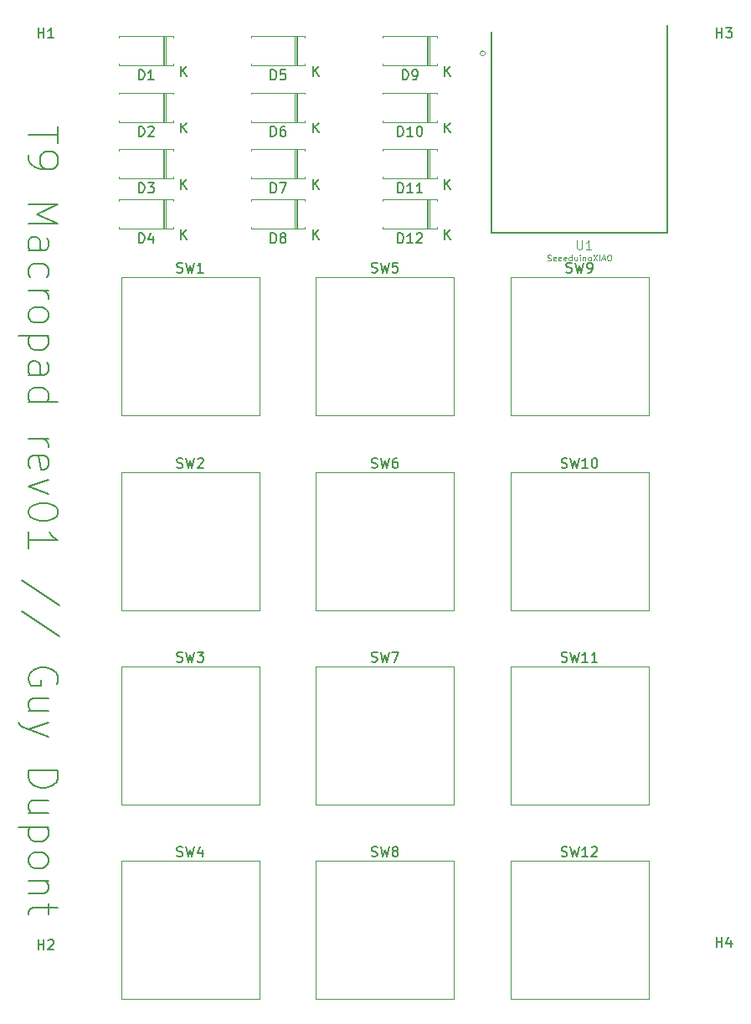
<source format=gbr>
%TF.GenerationSoftware,KiCad,Pcbnew,(5.1.9-0-10_14)*%
%TF.CreationDate,2021-03-18T20:01:26-04:00*%
%TF.ProjectId,T9_Cad,54395f43-6164-42e6-9b69-6361645f7063,rev?*%
%TF.SameCoordinates,Original*%
%TF.FileFunction,Legend,Top*%
%TF.FilePolarity,Positive*%
%FSLAX46Y46*%
G04 Gerber Fmt 4.6, Leading zero omitted, Abs format (unit mm)*
G04 Created by KiCad (PCBNEW (5.1.9-0-10_14)) date 2021-03-18 20:01:26*
%MOMM*%
%LPD*%
G01*
G04 APERTURE LIST*
%ADD10C,0.150000*%
%ADD11C,0.127000*%
%ADD12C,0.100000*%
%ADD13C,0.120000*%
%ADD14C,0.101600*%
%ADD15C,0.076200*%
G04 APERTURE END LIST*
D10*
X135246857Y-54630857D02*
X135246857Y-56345142D01*
X132246857Y-55487999D02*
X135246857Y-55487999D01*
X132246857Y-57487999D02*
X132246857Y-58059428D01*
X132389714Y-58345142D01*
X132532571Y-58487999D01*
X132961142Y-58773714D01*
X133532571Y-58916571D01*
X134675428Y-58916571D01*
X134961142Y-58773714D01*
X135104000Y-58630857D01*
X135246857Y-58345142D01*
X135246857Y-57773714D01*
X135104000Y-57487999D01*
X134961142Y-57345142D01*
X134675428Y-57202285D01*
X133961142Y-57202285D01*
X133675428Y-57345142D01*
X133532571Y-57487999D01*
X133389714Y-57773714D01*
X133389714Y-58345142D01*
X133532571Y-58630857D01*
X133675428Y-58773714D01*
X133961142Y-58916571D01*
X132246857Y-62487999D02*
X135246857Y-62487999D01*
X133104000Y-63487999D01*
X135246857Y-64487999D01*
X132246857Y-64487999D01*
X132246857Y-67202285D02*
X133818285Y-67202285D01*
X134104000Y-67059428D01*
X134246857Y-66773714D01*
X134246857Y-66202285D01*
X134104000Y-65916571D01*
X132389714Y-67202285D02*
X132246857Y-66916571D01*
X132246857Y-66202285D01*
X132389714Y-65916571D01*
X132675428Y-65773714D01*
X132961142Y-65773714D01*
X133246857Y-65916571D01*
X133389714Y-66202285D01*
X133389714Y-66916571D01*
X133532571Y-67202285D01*
X132389714Y-69916571D02*
X132246857Y-69630857D01*
X132246857Y-69059428D01*
X132389714Y-68773714D01*
X132532571Y-68630857D01*
X132818285Y-68487999D01*
X133675428Y-68487999D01*
X133961142Y-68630857D01*
X134104000Y-68773714D01*
X134246857Y-69059428D01*
X134246857Y-69630857D01*
X134104000Y-69916571D01*
X132246857Y-71202285D02*
X134246857Y-71202285D01*
X133675428Y-71202285D02*
X133961142Y-71345142D01*
X134104000Y-71487999D01*
X134246857Y-71773714D01*
X134246857Y-72059428D01*
X132246857Y-73487999D02*
X132389714Y-73202285D01*
X132532571Y-73059428D01*
X132818285Y-72916571D01*
X133675428Y-72916571D01*
X133961142Y-73059428D01*
X134104000Y-73202285D01*
X134246857Y-73487999D01*
X134246857Y-73916571D01*
X134104000Y-74202285D01*
X133961142Y-74345142D01*
X133675428Y-74487999D01*
X132818285Y-74487999D01*
X132532571Y-74345142D01*
X132389714Y-74202285D01*
X132246857Y-73916571D01*
X132246857Y-73487999D01*
X134246857Y-75773714D02*
X131246857Y-75773714D01*
X134104000Y-75773714D02*
X134246857Y-76059428D01*
X134246857Y-76630857D01*
X134104000Y-76916571D01*
X133961142Y-77059428D01*
X133675428Y-77202285D01*
X132818285Y-77202285D01*
X132532571Y-77059428D01*
X132389714Y-76916571D01*
X132246857Y-76630857D01*
X132246857Y-76059428D01*
X132389714Y-75773714D01*
X132246857Y-79773714D02*
X133818285Y-79773714D01*
X134104000Y-79630857D01*
X134246857Y-79345142D01*
X134246857Y-78773714D01*
X134104000Y-78487999D01*
X132389714Y-79773714D02*
X132246857Y-79487999D01*
X132246857Y-78773714D01*
X132389714Y-78487999D01*
X132675428Y-78345142D01*
X132961142Y-78345142D01*
X133246857Y-78487999D01*
X133389714Y-78773714D01*
X133389714Y-79487999D01*
X133532571Y-79773714D01*
X132246857Y-82487999D02*
X135246857Y-82487999D01*
X132389714Y-82487999D02*
X132246857Y-82202285D01*
X132246857Y-81630857D01*
X132389714Y-81345142D01*
X132532571Y-81202285D01*
X132818285Y-81059428D01*
X133675428Y-81059428D01*
X133961142Y-81202285D01*
X134104000Y-81345142D01*
X134246857Y-81630857D01*
X134246857Y-82202285D01*
X134104000Y-82487999D01*
X132246857Y-86202285D02*
X134246857Y-86202285D01*
X133675428Y-86202285D02*
X133961142Y-86345142D01*
X134104000Y-86487999D01*
X134246857Y-86773714D01*
X134246857Y-87059428D01*
X132389714Y-89202285D02*
X132246857Y-88916571D01*
X132246857Y-88345142D01*
X132389714Y-88059428D01*
X132675428Y-87916571D01*
X133818285Y-87916571D01*
X134104000Y-88059428D01*
X134246857Y-88345142D01*
X134246857Y-88916571D01*
X134104000Y-89202285D01*
X133818285Y-89345142D01*
X133532571Y-89345142D01*
X133246857Y-87916571D01*
X134246857Y-90345142D02*
X132246857Y-91059428D01*
X134246857Y-91773714D01*
X135246857Y-93487999D02*
X135246857Y-93773714D01*
X135104000Y-94059428D01*
X134961142Y-94202285D01*
X134675428Y-94345142D01*
X134104000Y-94487999D01*
X133389714Y-94487999D01*
X132818285Y-94345142D01*
X132532571Y-94202285D01*
X132389714Y-94059428D01*
X132246857Y-93773714D01*
X132246857Y-93487999D01*
X132389714Y-93202285D01*
X132532571Y-93059428D01*
X132818285Y-92916571D01*
X133389714Y-92773714D01*
X134104000Y-92773714D01*
X134675428Y-92916571D01*
X134961142Y-93059428D01*
X135104000Y-93202285D01*
X135246857Y-93487999D01*
X132246857Y-97345142D02*
X132246857Y-95630857D01*
X132246857Y-96487999D02*
X135246857Y-96487999D01*
X134818285Y-96202285D01*
X134532571Y-95916571D01*
X134389714Y-95630857D01*
X135389714Y-103059428D02*
X131532571Y-100487999D01*
X135389714Y-106202285D02*
X131532571Y-103630857D01*
X135104000Y-111059428D02*
X135246857Y-110773714D01*
X135246857Y-110345142D01*
X135104000Y-109916571D01*
X134818285Y-109630857D01*
X134532571Y-109487999D01*
X133961142Y-109345142D01*
X133532571Y-109345142D01*
X132961142Y-109487999D01*
X132675428Y-109630857D01*
X132389714Y-109916571D01*
X132246857Y-110345142D01*
X132246857Y-110630857D01*
X132389714Y-111059428D01*
X132532571Y-111202285D01*
X133532571Y-111202285D01*
X133532571Y-110630857D01*
X134246857Y-113773714D02*
X132246857Y-113773714D01*
X134246857Y-112487999D02*
X132675428Y-112487999D01*
X132389714Y-112630857D01*
X132246857Y-112916571D01*
X132246857Y-113345142D01*
X132389714Y-113630857D01*
X132532571Y-113773714D01*
X134246857Y-114916571D02*
X132246857Y-115630857D01*
X134246857Y-116345142D02*
X132246857Y-115630857D01*
X131532571Y-115345142D01*
X131389714Y-115202285D01*
X131246857Y-114916571D01*
X132246857Y-119773714D02*
X135246857Y-119773714D01*
X135246857Y-120487999D01*
X135104000Y-120916571D01*
X134818285Y-121202285D01*
X134532571Y-121345142D01*
X133961142Y-121487999D01*
X133532571Y-121487999D01*
X132961142Y-121345142D01*
X132675428Y-121202285D01*
X132389714Y-120916571D01*
X132246857Y-120487999D01*
X132246857Y-119773714D01*
X134246857Y-124059428D02*
X132246857Y-124059428D01*
X134246857Y-122773714D02*
X132675428Y-122773714D01*
X132389714Y-122916571D01*
X132246857Y-123202285D01*
X132246857Y-123630857D01*
X132389714Y-123916571D01*
X132532571Y-124059428D01*
X134246857Y-125487999D02*
X131246857Y-125487999D01*
X134104000Y-125487999D02*
X134246857Y-125773714D01*
X134246857Y-126345142D01*
X134104000Y-126630857D01*
X133961142Y-126773714D01*
X133675428Y-126916571D01*
X132818285Y-126916571D01*
X132532571Y-126773714D01*
X132389714Y-126630857D01*
X132246857Y-126345142D01*
X132246857Y-125773714D01*
X132389714Y-125487999D01*
X132246857Y-128630857D02*
X132389714Y-128345142D01*
X132532571Y-128202285D01*
X132818285Y-128059428D01*
X133675428Y-128059428D01*
X133961142Y-128202285D01*
X134104000Y-128345142D01*
X134246857Y-128630857D01*
X134246857Y-129059428D01*
X134104000Y-129345142D01*
X133961142Y-129487999D01*
X133675428Y-129630857D01*
X132818285Y-129630857D01*
X132532571Y-129487999D01*
X132389714Y-129345142D01*
X132246857Y-129059428D01*
X132246857Y-128630857D01*
X134246857Y-130916571D02*
X132246857Y-130916571D01*
X133961142Y-130916571D02*
X134104000Y-131059428D01*
X134246857Y-131345142D01*
X134246857Y-131773714D01*
X134104000Y-132059428D01*
X133818285Y-132202285D01*
X132246857Y-132202285D01*
X134246857Y-133202285D02*
X134246857Y-134345142D01*
X135246857Y-133630857D02*
X132675428Y-133630857D01*
X132389714Y-133773714D01*
X132246857Y-134059428D01*
X132246857Y-134345142D01*
D11*
%TO.C,U1*%
X179070000Y-65405000D02*
X196867780Y-65405000D01*
X196867780Y-65405000D02*
X196867780Y-44406820D01*
X179070000Y-45077380D02*
X179070000Y-65405000D01*
D12*
X178435000Y-47244000D02*
G75*
G03*
X178435000Y-47244000I-254000J0D01*
G01*
D13*
%TO.C,D1*%
X146085000Y-48460000D02*
X146085000Y-45520000D01*
X145845000Y-48460000D02*
X145845000Y-45520000D01*
X145965000Y-48460000D02*
X145965000Y-45520000D01*
X141425000Y-45520000D02*
X141425000Y-45650000D01*
X146865000Y-45520000D02*
X141425000Y-45520000D01*
X146865000Y-45650000D02*
X146865000Y-45520000D01*
X141425000Y-48460000D02*
X141425000Y-48330000D01*
X146865000Y-48460000D02*
X141425000Y-48460000D01*
X146865000Y-48330000D02*
X146865000Y-48460000D01*
%TO.C,D2*%
X146865000Y-54045000D02*
X146865000Y-54175000D01*
X146865000Y-54175000D02*
X141425000Y-54175000D01*
X141425000Y-54175000D02*
X141425000Y-54045000D01*
X146865000Y-51365000D02*
X146865000Y-51235000D01*
X146865000Y-51235000D02*
X141425000Y-51235000D01*
X141425000Y-51235000D02*
X141425000Y-51365000D01*
X145965000Y-54175000D02*
X145965000Y-51235000D01*
X145845000Y-54175000D02*
X145845000Y-51235000D01*
X146085000Y-54175000D02*
X146085000Y-51235000D01*
%TO.C,D3*%
X146085000Y-59890000D02*
X146085000Y-56950000D01*
X145845000Y-59890000D02*
X145845000Y-56950000D01*
X145965000Y-59890000D02*
X145965000Y-56950000D01*
X141425000Y-56950000D02*
X141425000Y-57080000D01*
X146865000Y-56950000D02*
X141425000Y-56950000D01*
X146865000Y-57080000D02*
X146865000Y-56950000D01*
X141425000Y-59890000D02*
X141425000Y-59760000D01*
X146865000Y-59890000D02*
X141425000Y-59890000D01*
X146865000Y-59760000D02*
X146865000Y-59890000D01*
%TO.C,D4*%
X146865000Y-64840000D02*
X146865000Y-64970000D01*
X146865000Y-64970000D02*
X141425000Y-64970000D01*
X141425000Y-64970000D02*
X141425000Y-64840000D01*
X146865000Y-62160000D02*
X146865000Y-62030000D01*
X146865000Y-62030000D02*
X141425000Y-62030000D01*
X141425000Y-62030000D02*
X141425000Y-62160000D01*
X145965000Y-64970000D02*
X145965000Y-62030000D01*
X145845000Y-64970000D02*
X145845000Y-62030000D01*
X146085000Y-64970000D02*
X146085000Y-62030000D01*
%TO.C,D5*%
X160200000Y-48330000D02*
X160200000Y-48460000D01*
X160200000Y-48460000D02*
X154760000Y-48460000D01*
X154760000Y-48460000D02*
X154760000Y-48330000D01*
X160200000Y-45650000D02*
X160200000Y-45520000D01*
X160200000Y-45520000D02*
X154760000Y-45520000D01*
X154760000Y-45520000D02*
X154760000Y-45650000D01*
X159300000Y-48460000D02*
X159300000Y-45520000D01*
X159180000Y-48460000D02*
X159180000Y-45520000D01*
X159420000Y-48460000D02*
X159420000Y-45520000D01*
%TO.C,D6*%
X160200000Y-54045000D02*
X160200000Y-54175000D01*
X160200000Y-54175000D02*
X154760000Y-54175000D01*
X154760000Y-54175000D02*
X154760000Y-54045000D01*
X160200000Y-51365000D02*
X160200000Y-51235000D01*
X160200000Y-51235000D02*
X154760000Y-51235000D01*
X154760000Y-51235000D02*
X154760000Y-51365000D01*
X159300000Y-54175000D02*
X159300000Y-51235000D01*
X159180000Y-54175000D02*
X159180000Y-51235000D01*
X159420000Y-54175000D02*
X159420000Y-51235000D01*
%TO.C,D7*%
X160200000Y-59760000D02*
X160200000Y-59890000D01*
X160200000Y-59890000D02*
X154760000Y-59890000D01*
X154760000Y-59890000D02*
X154760000Y-59760000D01*
X160200000Y-57080000D02*
X160200000Y-56950000D01*
X160200000Y-56950000D02*
X154760000Y-56950000D01*
X154760000Y-56950000D02*
X154760000Y-57080000D01*
X159300000Y-59890000D02*
X159300000Y-56950000D01*
X159180000Y-59890000D02*
X159180000Y-56950000D01*
X159420000Y-59890000D02*
X159420000Y-56950000D01*
%TO.C,D8*%
X159420000Y-64970000D02*
X159420000Y-62030000D01*
X159180000Y-64970000D02*
X159180000Y-62030000D01*
X159300000Y-64970000D02*
X159300000Y-62030000D01*
X154760000Y-62030000D02*
X154760000Y-62160000D01*
X160200000Y-62030000D02*
X154760000Y-62030000D01*
X160200000Y-62160000D02*
X160200000Y-62030000D01*
X154760000Y-64970000D02*
X154760000Y-64840000D01*
X160200000Y-64970000D02*
X154760000Y-64970000D01*
X160200000Y-64840000D02*
X160200000Y-64970000D01*
%TO.C,D9*%
X172755000Y-48460000D02*
X172755000Y-45520000D01*
X172515000Y-48460000D02*
X172515000Y-45520000D01*
X172635000Y-48460000D02*
X172635000Y-45520000D01*
X168095000Y-45520000D02*
X168095000Y-45650000D01*
X173535000Y-45520000D02*
X168095000Y-45520000D01*
X173535000Y-45650000D02*
X173535000Y-45520000D01*
X168095000Y-48460000D02*
X168095000Y-48330000D01*
X173535000Y-48460000D02*
X168095000Y-48460000D01*
X173535000Y-48330000D02*
X173535000Y-48460000D01*
%TO.C,D10*%
X173535000Y-54045000D02*
X173535000Y-54175000D01*
X173535000Y-54175000D02*
X168095000Y-54175000D01*
X168095000Y-54175000D02*
X168095000Y-54045000D01*
X173535000Y-51365000D02*
X173535000Y-51235000D01*
X173535000Y-51235000D02*
X168095000Y-51235000D01*
X168095000Y-51235000D02*
X168095000Y-51365000D01*
X172635000Y-54175000D02*
X172635000Y-51235000D01*
X172515000Y-54175000D02*
X172515000Y-51235000D01*
X172755000Y-54175000D02*
X172755000Y-51235000D01*
%TO.C,D11*%
X172755000Y-59890000D02*
X172755000Y-56950000D01*
X172515000Y-59890000D02*
X172515000Y-56950000D01*
X172635000Y-59890000D02*
X172635000Y-56950000D01*
X168095000Y-56950000D02*
X168095000Y-57080000D01*
X173535000Y-56950000D02*
X168095000Y-56950000D01*
X173535000Y-57080000D02*
X173535000Y-56950000D01*
X168095000Y-59890000D02*
X168095000Y-59760000D01*
X173535000Y-59890000D02*
X168095000Y-59890000D01*
X173535000Y-59760000D02*
X173535000Y-59890000D01*
%TO.C,D12*%
X173535000Y-64840000D02*
X173535000Y-64970000D01*
X173535000Y-64970000D02*
X168095000Y-64970000D01*
X168095000Y-64970000D02*
X168095000Y-64840000D01*
X173535000Y-62160000D02*
X173535000Y-62030000D01*
X173535000Y-62030000D02*
X168095000Y-62030000D01*
X168095000Y-62030000D02*
X168095000Y-62160000D01*
X172635000Y-64970000D02*
X172635000Y-62030000D01*
X172515000Y-64970000D02*
X172515000Y-62030000D01*
X172755000Y-64970000D02*
X172755000Y-62030000D01*
%TO.C,SW1*%
X141605000Y-83820000D02*
X141605000Y-69850000D01*
X155575000Y-83820000D02*
X141605000Y-83820000D01*
X155575000Y-69850000D02*
X155575000Y-83820000D01*
X141605000Y-69850000D02*
X155575000Y-69850000D01*
%TO.C,SW2*%
X141605000Y-89610001D02*
X155575000Y-89610001D01*
X155575000Y-89610001D02*
X155575000Y-103580001D01*
X155575000Y-103580001D02*
X141605000Y-103580001D01*
X141605000Y-103580001D02*
X141605000Y-89610001D01*
%TO.C,SW3*%
X141605000Y-123190000D02*
X141605000Y-109220000D01*
X155575000Y-123190000D02*
X141605000Y-123190000D01*
X155575000Y-109220000D02*
X155575000Y-123190000D01*
X141605000Y-109220000D02*
X155575000Y-109220000D01*
%TO.C,SW4*%
X141605000Y-128905000D02*
X155575000Y-128905000D01*
X155575000Y-128905000D02*
X155575000Y-142875000D01*
X155575000Y-142875000D02*
X141605000Y-142875000D01*
X141605000Y-142875000D02*
X141605000Y-128905000D01*
%TO.C,SW5*%
X161290000Y-69850000D02*
X175260000Y-69850000D01*
X175260000Y-69850000D02*
X175260000Y-83820000D01*
X175260000Y-83820000D02*
X161290000Y-83820000D01*
X161290000Y-83820000D02*
X161290000Y-69850000D01*
%TO.C,SW6*%
X161290000Y-103580001D02*
X161290000Y-89610001D01*
X175260000Y-103580001D02*
X161290000Y-103580001D01*
X175260000Y-89610001D02*
X175260000Y-103580001D01*
X161290000Y-89610001D02*
X175260000Y-89610001D01*
%TO.C,SW7*%
X161290000Y-109220000D02*
X175260000Y-109220000D01*
X175260000Y-109220000D02*
X175260000Y-123190000D01*
X175260000Y-123190000D02*
X161290000Y-123190000D01*
X161290000Y-123190000D02*
X161290000Y-109220000D01*
%TO.C,SW8*%
X161290000Y-142875000D02*
X161290000Y-128905000D01*
X175260000Y-142875000D02*
X161290000Y-142875000D01*
X175260000Y-128905000D02*
X175260000Y-142875000D01*
X161290000Y-128905000D02*
X175260000Y-128905000D01*
%TO.C,SW9*%
X180975000Y-83820000D02*
X180975000Y-69850000D01*
X194945000Y-83820000D02*
X180975000Y-83820000D01*
X194945000Y-69850000D02*
X194945000Y-83820000D01*
X180975000Y-69850000D02*
X194945000Y-69850000D01*
%TO.C,SW10*%
X180975000Y-89610001D02*
X194945000Y-89610001D01*
X194945000Y-89610001D02*
X194945000Y-103580001D01*
X194945000Y-103580001D02*
X180975000Y-103580001D01*
X180975000Y-103580001D02*
X180975000Y-89610001D01*
%TO.C,SW11*%
X180975000Y-123190000D02*
X180975000Y-109220000D01*
X194945000Y-123190000D02*
X180975000Y-123190000D01*
X194945000Y-109220000D02*
X194945000Y-123190000D01*
X180975000Y-109220000D02*
X194945000Y-109220000D01*
%TO.C,SW12*%
X180975000Y-128905000D02*
X194945000Y-128905000D01*
X194945000Y-128905000D02*
X194945000Y-142875000D01*
X194945000Y-142875000D02*
X180975000Y-142875000D01*
X180975000Y-142875000D02*
X180975000Y-128905000D01*
%TO.C,U1*%
D14*
X187727166Y-66188166D02*
X187727166Y-66907833D01*
X187769500Y-66992500D01*
X187811833Y-67034833D01*
X187896500Y-67077166D01*
X188065833Y-67077166D01*
X188150500Y-67034833D01*
X188192833Y-66992500D01*
X188235166Y-66907833D01*
X188235166Y-66188166D01*
X189124166Y-67077166D02*
X188616166Y-67077166D01*
X188870166Y-67077166D02*
X188870166Y-66188166D01*
X188785500Y-66315166D01*
X188700833Y-66399833D01*
X188616166Y-66442166D01*
D15*
X184737828Y-68191742D02*
X184824914Y-68220771D01*
X184970057Y-68220771D01*
X185028114Y-68191742D01*
X185057142Y-68162714D01*
X185086171Y-68104657D01*
X185086171Y-68046600D01*
X185057142Y-67988542D01*
X185028114Y-67959514D01*
X184970057Y-67930485D01*
X184853942Y-67901457D01*
X184795885Y-67872428D01*
X184766857Y-67843400D01*
X184737828Y-67785342D01*
X184737828Y-67727285D01*
X184766857Y-67669228D01*
X184795885Y-67640200D01*
X184853942Y-67611171D01*
X184999085Y-67611171D01*
X185086171Y-67640200D01*
X185579657Y-68191742D02*
X185521600Y-68220771D01*
X185405485Y-68220771D01*
X185347428Y-68191742D01*
X185318400Y-68133685D01*
X185318400Y-67901457D01*
X185347428Y-67843400D01*
X185405485Y-67814371D01*
X185521600Y-67814371D01*
X185579657Y-67843400D01*
X185608685Y-67901457D01*
X185608685Y-67959514D01*
X185318400Y-68017571D01*
X186102171Y-68191742D02*
X186044114Y-68220771D01*
X185928000Y-68220771D01*
X185869942Y-68191742D01*
X185840914Y-68133685D01*
X185840914Y-67901457D01*
X185869942Y-67843400D01*
X185928000Y-67814371D01*
X186044114Y-67814371D01*
X186102171Y-67843400D01*
X186131200Y-67901457D01*
X186131200Y-67959514D01*
X185840914Y-68017571D01*
X186624685Y-68191742D02*
X186566628Y-68220771D01*
X186450514Y-68220771D01*
X186392457Y-68191742D01*
X186363428Y-68133685D01*
X186363428Y-67901457D01*
X186392457Y-67843400D01*
X186450514Y-67814371D01*
X186566628Y-67814371D01*
X186624685Y-67843400D01*
X186653714Y-67901457D01*
X186653714Y-67959514D01*
X186363428Y-68017571D01*
X187176228Y-68220771D02*
X187176228Y-67611171D01*
X187176228Y-68191742D02*
X187118171Y-68220771D01*
X187002057Y-68220771D01*
X186944000Y-68191742D01*
X186914971Y-68162714D01*
X186885942Y-68104657D01*
X186885942Y-67930485D01*
X186914971Y-67872428D01*
X186944000Y-67843400D01*
X187002057Y-67814371D01*
X187118171Y-67814371D01*
X187176228Y-67843400D01*
X187727771Y-67814371D02*
X187727771Y-68220771D01*
X187466514Y-67814371D02*
X187466514Y-68133685D01*
X187495542Y-68191742D01*
X187553600Y-68220771D01*
X187640685Y-68220771D01*
X187698742Y-68191742D01*
X187727771Y-68162714D01*
X188018057Y-68220771D02*
X188018057Y-67814371D01*
X188018057Y-67611171D02*
X187989028Y-67640200D01*
X188018057Y-67669228D01*
X188047085Y-67640200D01*
X188018057Y-67611171D01*
X188018057Y-67669228D01*
X188308342Y-67814371D02*
X188308342Y-68220771D01*
X188308342Y-67872428D02*
X188337371Y-67843400D01*
X188395428Y-67814371D01*
X188482514Y-67814371D01*
X188540571Y-67843400D01*
X188569600Y-67901457D01*
X188569600Y-68220771D01*
X188946971Y-68220771D02*
X188888914Y-68191742D01*
X188859885Y-68162714D01*
X188830857Y-68104657D01*
X188830857Y-67930485D01*
X188859885Y-67872428D01*
X188888914Y-67843400D01*
X188946971Y-67814371D01*
X189034057Y-67814371D01*
X189092114Y-67843400D01*
X189121142Y-67872428D01*
X189150171Y-67930485D01*
X189150171Y-68104657D01*
X189121142Y-68162714D01*
X189092114Y-68191742D01*
X189034057Y-68220771D01*
X188946971Y-68220771D01*
X189353371Y-67611171D02*
X189759771Y-68220771D01*
X189759771Y-67611171D02*
X189353371Y-68220771D01*
X189992000Y-68220771D02*
X189992000Y-67611171D01*
X190253257Y-68046600D02*
X190543542Y-68046600D01*
X190195200Y-68220771D02*
X190398400Y-67611171D01*
X190601600Y-68220771D01*
X190920914Y-67611171D02*
X191037028Y-67611171D01*
X191095085Y-67640200D01*
X191153142Y-67698257D01*
X191182171Y-67814371D01*
X191182171Y-68017571D01*
X191153142Y-68133685D01*
X191095085Y-68191742D01*
X191037028Y-68220771D01*
X190920914Y-68220771D01*
X190862857Y-68191742D01*
X190804800Y-68133685D01*
X190775771Y-68017571D01*
X190775771Y-67814371D01*
X190804800Y-67698257D01*
X190862857Y-67640200D01*
X190920914Y-67611171D01*
%TO.C,D1*%
D10*
X143406904Y-49912380D02*
X143406904Y-48912380D01*
X143645000Y-48912380D01*
X143787857Y-48960000D01*
X143883095Y-49055238D01*
X143930714Y-49150476D01*
X143978333Y-49340952D01*
X143978333Y-49483809D01*
X143930714Y-49674285D01*
X143883095Y-49769523D01*
X143787857Y-49864761D01*
X143645000Y-49912380D01*
X143406904Y-49912380D01*
X144930714Y-49912380D02*
X144359285Y-49912380D01*
X144645000Y-49912380D02*
X144645000Y-48912380D01*
X144549761Y-49055238D01*
X144454523Y-49150476D01*
X144359285Y-49198095D01*
X147693095Y-49542380D02*
X147693095Y-48542380D01*
X148264523Y-49542380D02*
X147835952Y-48970952D01*
X148264523Y-48542380D02*
X147693095Y-49113809D01*
%TO.C,D2*%
X143406904Y-55627380D02*
X143406904Y-54627380D01*
X143645000Y-54627380D01*
X143787857Y-54675000D01*
X143883095Y-54770238D01*
X143930714Y-54865476D01*
X143978333Y-55055952D01*
X143978333Y-55198809D01*
X143930714Y-55389285D01*
X143883095Y-55484523D01*
X143787857Y-55579761D01*
X143645000Y-55627380D01*
X143406904Y-55627380D01*
X144359285Y-54722619D02*
X144406904Y-54675000D01*
X144502142Y-54627380D01*
X144740238Y-54627380D01*
X144835476Y-54675000D01*
X144883095Y-54722619D01*
X144930714Y-54817857D01*
X144930714Y-54913095D01*
X144883095Y-55055952D01*
X144311666Y-55627380D01*
X144930714Y-55627380D01*
X147693095Y-55257380D02*
X147693095Y-54257380D01*
X148264523Y-55257380D02*
X147835952Y-54685952D01*
X148264523Y-54257380D02*
X147693095Y-54828809D01*
%TO.C,D3*%
X143406904Y-61342380D02*
X143406904Y-60342380D01*
X143645000Y-60342380D01*
X143787857Y-60390000D01*
X143883095Y-60485238D01*
X143930714Y-60580476D01*
X143978333Y-60770952D01*
X143978333Y-60913809D01*
X143930714Y-61104285D01*
X143883095Y-61199523D01*
X143787857Y-61294761D01*
X143645000Y-61342380D01*
X143406904Y-61342380D01*
X144311666Y-60342380D02*
X144930714Y-60342380D01*
X144597380Y-60723333D01*
X144740238Y-60723333D01*
X144835476Y-60770952D01*
X144883095Y-60818571D01*
X144930714Y-60913809D01*
X144930714Y-61151904D01*
X144883095Y-61247142D01*
X144835476Y-61294761D01*
X144740238Y-61342380D01*
X144454523Y-61342380D01*
X144359285Y-61294761D01*
X144311666Y-61247142D01*
X147693095Y-60972380D02*
X147693095Y-59972380D01*
X148264523Y-60972380D02*
X147835952Y-60400952D01*
X148264523Y-59972380D02*
X147693095Y-60543809D01*
%TO.C,D4*%
X143406904Y-66422380D02*
X143406904Y-65422380D01*
X143645000Y-65422380D01*
X143787857Y-65470000D01*
X143883095Y-65565238D01*
X143930714Y-65660476D01*
X143978333Y-65850952D01*
X143978333Y-65993809D01*
X143930714Y-66184285D01*
X143883095Y-66279523D01*
X143787857Y-66374761D01*
X143645000Y-66422380D01*
X143406904Y-66422380D01*
X144835476Y-65755714D02*
X144835476Y-66422380D01*
X144597380Y-65374761D02*
X144359285Y-66089047D01*
X144978333Y-66089047D01*
X147693095Y-66052380D02*
X147693095Y-65052380D01*
X148264523Y-66052380D02*
X147835952Y-65480952D01*
X148264523Y-65052380D02*
X147693095Y-65623809D01*
%TO.C,D5*%
X156741904Y-49912380D02*
X156741904Y-48912380D01*
X156980000Y-48912380D01*
X157122857Y-48960000D01*
X157218095Y-49055238D01*
X157265714Y-49150476D01*
X157313333Y-49340952D01*
X157313333Y-49483809D01*
X157265714Y-49674285D01*
X157218095Y-49769523D01*
X157122857Y-49864761D01*
X156980000Y-49912380D01*
X156741904Y-49912380D01*
X158218095Y-48912380D02*
X157741904Y-48912380D01*
X157694285Y-49388571D01*
X157741904Y-49340952D01*
X157837142Y-49293333D01*
X158075238Y-49293333D01*
X158170476Y-49340952D01*
X158218095Y-49388571D01*
X158265714Y-49483809D01*
X158265714Y-49721904D01*
X158218095Y-49817142D01*
X158170476Y-49864761D01*
X158075238Y-49912380D01*
X157837142Y-49912380D01*
X157741904Y-49864761D01*
X157694285Y-49817142D01*
X161028095Y-49542380D02*
X161028095Y-48542380D01*
X161599523Y-49542380D02*
X161170952Y-48970952D01*
X161599523Y-48542380D02*
X161028095Y-49113809D01*
%TO.C,D6*%
X156741904Y-55627380D02*
X156741904Y-54627380D01*
X156980000Y-54627380D01*
X157122857Y-54675000D01*
X157218095Y-54770238D01*
X157265714Y-54865476D01*
X157313333Y-55055952D01*
X157313333Y-55198809D01*
X157265714Y-55389285D01*
X157218095Y-55484523D01*
X157122857Y-55579761D01*
X156980000Y-55627380D01*
X156741904Y-55627380D01*
X158170476Y-54627380D02*
X157980000Y-54627380D01*
X157884761Y-54675000D01*
X157837142Y-54722619D01*
X157741904Y-54865476D01*
X157694285Y-55055952D01*
X157694285Y-55436904D01*
X157741904Y-55532142D01*
X157789523Y-55579761D01*
X157884761Y-55627380D01*
X158075238Y-55627380D01*
X158170476Y-55579761D01*
X158218095Y-55532142D01*
X158265714Y-55436904D01*
X158265714Y-55198809D01*
X158218095Y-55103571D01*
X158170476Y-55055952D01*
X158075238Y-55008333D01*
X157884761Y-55008333D01*
X157789523Y-55055952D01*
X157741904Y-55103571D01*
X157694285Y-55198809D01*
X161028095Y-55257380D02*
X161028095Y-54257380D01*
X161599523Y-55257380D02*
X161170952Y-54685952D01*
X161599523Y-54257380D02*
X161028095Y-54828809D01*
%TO.C,D7*%
X156741904Y-61342380D02*
X156741904Y-60342380D01*
X156980000Y-60342380D01*
X157122857Y-60390000D01*
X157218095Y-60485238D01*
X157265714Y-60580476D01*
X157313333Y-60770952D01*
X157313333Y-60913809D01*
X157265714Y-61104285D01*
X157218095Y-61199523D01*
X157122857Y-61294761D01*
X156980000Y-61342380D01*
X156741904Y-61342380D01*
X157646666Y-60342380D02*
X158313333Y-60342380D01*
X157884761Y-61342380D01*
X161028095Y-60972380D02*
X161028095Y-59972380D01*
X161599523Y-60972380D02*
X161170952Y-60400952D01*
X161599523Y-59972380D02*
X161028095Y-60543809D01*
%TO.C,D8*%
X156741904Y-66422380D02*
X156741904Y-65422380D01*
X156980000Y-65422380D01*
X157122857Y-65470000D01*
X157218095Y-65565238D01*
X157265714Y-65660476D01*
X157313333Y-65850952D01*
X157313333Y-65993809D01*
X157265714Y-66184285D01*
X157218095Y-66279523D01*
X157122857Y-66374761D01*
X156980000Y-66422380D01*
X156741904Y-66422380D01*
X157884761Y-65850952D02*
X157789523Y-65803333D01*
X157741904Y-65755714D01*
X157694285Y-65660476D01*
X157694285Y-65612857D01*
X157741904Y-65517619D01*
X157789523Y-65470000D01*
X157884761Y-65422380D01*
X158075238Y-65422380D01*
X158170476Y-65470000D01*
X158218095Y-65517619D01*
X158265714Y-65612857D01*
X158265714Y-65660476D01*
X158218095Y-65755714D01*
X158170476Y-65803333D01*
X158075238Y-65850952D01*
X157884761Y-65850952D01*
X157789523Y-65898571D01*
X157741904Y-65946190D01*
X157694285Y-66041428D01*
X157694285Y-66231904D01*
X157741904Y-66327142D01*
X157789523Y-66374761D01*
X157884761Y-66422380D01*
X158075238Y-66422380D01*
X158170476Y-66374761D01*
X158218095Y-66327142D01*
X158265714Y-66231904D01*
X158265714Y-66041428D01*
X158218095Y-65946190D01*
X158170476Y-65898571D01*
X158075238Y-65850952D01*
X161028095Y-66052380D02*
X161028095Y-65052380D01*
X161599523Y-66052380D02*
X161170952Y-65480952D01*
X161599523Y-65052380D02*
X161028095Y-65623809D01*
%TO.C,D9*%
X170076904Y-49912380D02*
X170076904Y-48912380D01*
X170315000Y-48912380D01*
X170457857Y-48960000D01*
X170553095Y-49055238D01*
X170600714Y-49150476D01*
X170648333Y-49340952D01*
X170648333Y-49483809D01*
X170600714Y-49674285D01*
X170553095Y-49769523D01*
X170457857Y-49864761D01*
X170315000Y-49912380D01*
X170076904Y-49912380D01*
X171124523Y-49912380D02*
X171315000Y-49912380D01*
X171410238Y-49864761D01*
X171457857Y-49817142D01*
X171553095Y-49674285D01*
X171600714Y-49483809D01*
X171600714Y-49102857D01*
X171553095Y-49007619D01*
X171505476Y-48960000D01*
X171410238Y-48912380D01*
X171219761Y-48912380D01*
X171124523Y-48960000D01*
X171076904Y-49007619D01*
X171029285Y-49102857D01*
X171029285Y-49340952D01*
X171076904Y-49436190D01*
X171124523Y-49483809D01*
X171219761Y-49531428D01*
X171410238Y-49531428D01*
X171505476Y-49483809D01*
X171553095Y-49436190D01*
X171600714Y-49340952D01*
X174363095Y-49542380D02*
X174363095Y-48542380D01*
X174934523Y-49542380D02*
X174505952Y-48970952D01*
X174934523Y-48542380D02*
X174363095Y-49113809D01*
%TO.C,D10*%
X169600714Y-55627380D02*
X169600714Y-54627380D01*
X169838809Y-54627380D01*
X169981666Y-54675000D01*
X170076904Y-54770238D01*
X170124523Y-54865476D01*
X170172142Y-55055952D01*
X170172142Y-55198809D01*
X170124523Y-55389285D01*
X170076904Y-55484523D01*
X169981666Y-55579761D01*
X169838809Y-55627380D01*
X169600714Y-55627380D01*
X171124523Y-55627380D02*
X170553095Y-55627380D01*
X170838809Y-55627380D02*
X170838809Y-54627380D01*
X170743571Y-54770238D01*
X170648333Y-54865476D01*
X170553095Y-54913095D01*
X171743571Y-54627380D02*
X171838809Y-54627380D01*
X171934047Y-54675000D01*
X171981666Y-54722619D01*
X172029285Y-54817857D01*
X172076904Y-55008333D01*
X172076904Y-55246428D01*
X172029285Y-55436904D01*
X171981666Y-55532142D01*
X171934047Y-55579761D01*
X171838809Y-55627380D01*
X171743571Y-55627380D01*
X171648333Y-55579761D01*
X171600714Y-55532142D01*
X171553095Y-55436904D01*
X171505476Y-55246428D01*
X171505476Y-55008333D01*
X171553095Y-54817857D01*
X171600714Y-54722619D01*
X171648333Y-54675000D01*
X171743571Y-54627380D01*
X174363095Y-55257380D02*
X174363095Y-54257380D01*
X174934523Y-55257380D02*
X174505952Y-54685952D01*
X174934523Y-54257380D02*
X174363095Y-54828809D01*
%TO.C,D11*%
X169600714Y-61342380D02*
X169600714Y-60342380D01*
X169838809Y-60342380D01*
X169981666Y-60390000D01*
X170076904Y-60485238D01*
X170124523Y-60580476D01*
X170172142Y-60770952D01*
X170172142Y-60913809D01*
X170124523Y-61104285D01*
X170076904Y-61199523D01*
X169981666Y-61294761D01*
X169838809Y-61342380D01*
X169600714Y-61342380D01*
X171124523Y-61342380D02*
X170553095Y-61342380D01*
X170838809Y-61342380D02*
X170838809Y-60342380D01*
X170743571Y-60485238D01*
X170648333Y-60580476D01*
X170553095Y-60628095D01*
X172076904Y-61342380D02*
X171505476Y-61342380D01*
X171791190Y-61342380D02*
X171791190Y-60342380D01*
X171695952Y-60485238D01*
X171600714Y-60580476D01*
X171505476Y-60628095D01*
X174363095Y-60972380D02*
X174363095Y-59972380D01*
X174934523Y-60972380D02*
X174505952Y-60400952D01*
X174934523Y-59972380D02*
X174363095Y-60543809D01*
%TO.C,D12*%
X169600714Y-66422380D02*
X169600714Y-65422380D01*
X169838809Y-65422380D01*
X169981666Y-65470000D01*
X170076904Y-65565238D01*
X170124523Y-65660476D01*
X170172142Y-65850952D01*
X170172142Y-65993809D01*
X170124523Y-66184285D01*
X170076904Y-66279523D01*
X169981666Y-66374761D01*
X169838809Y-66422380D01*
X169600714Y-66422380D01*
X171124523Y-66422380D02*
X170553095Y-66422380D01*
X170838809Y-66422380D02*
X170838809Y-65422380D01*
X170743571Y-65565238D01*
X170648333Y-65660476D01*
X170553095Y-65708095D01*
X171505476Y-65517619D02*
X171553095Y-65470000D01*
X171648333Y-65422380D01*
X171886428Y-65422380D01*
X171981666Y-65470000D01*
X172029285Y-65517619D01*
X172076904Y-65612857D01*
X172076904Y-65708095D01*
X172029285Y-65850952D01*
X171457857Y-66422380D01*
X172076904Y-66422380D01*
X174363095Y-66052380D02*
X174363095Y-65052380D01*
X174934523Y-66052380D02*
X174505952Y-65480952D01*
X174934523Y-65052380D02*
X174363095Y-65623809D01*
%TO.C,SW1*%
X147256666Y-69365761D02*
X147399523Y-69413380D01*
X147637619Y-69413380D01*
X147732857Y-69365761D01*
X147780476Y-69318142D01*
X147828095Y-69222904D01*
X147828095Y-69127666D01*
X147780476Y-69032428D01*
X147732857Y-68984809D01*
X147637619Y-68937190D01*
X147447142Y-68889571D01*
X147351904Y-68841952D01*
X147304285Y-68794333D01*
X147256666Y-68699095D01*
X147256666Y-68603857D01*
X147304285Y-68508619D01*
X147351904Y-68461000D01*
X147447142Y-68413380D01*
X147685238Y-68413380D01*
X147828095Y-68461000D01*
X148161428Y-68413380D02*
X148399523Y-69413380D01*
X148590000Y-68699095D01*
X148780476Y-69413380D01*
X149018571Y-68413380D01*
X149923333Y-69413380D02*
X149351904Y-69413380D01*
X149637619Y-69413380D02*
X149637619Y-68413380D01*
X149542380Y-68556238D01*
X149447142Y-68651476D01*
X149351904Y-68699095D01*
%TO.C,SW2*%
X147256666Y-89125762D02*
X147399523Y-89173381D01*
X147637619Y-89173381D01*
X147732857Y-89125762D01*
X147780476Y-89078143D01*
X147828095Y-88982905D01*
X147828095Y-88887667D01*
X147780476Y-88792429D01*
X147732857Y-88744810D01*
X147637619Y-88697191D01*
X147447142Y-88649572D01*
X147351904Y-88601953D01*
X147304285Y-88554334D01*
X147256666Y-88459096D01*
X147256666Y-88363858D01*
X147304285Y-88268620D01*
X147351904Y-88221001D01*
X147447142Y-88173381D01*
X147685238Y-88173381D01*
X147828095Y-88221001D01*
X148161428Y-88173381D02*
X148399523Y-89173381D01*
X148590000Y-88459096D01*
X148780476Y-89173381D01*
X149018571Y-88173381D01*
X149351904Y-88268620D02*
X149399523Y-88221001D01*
X149494761Y-88173381D01*
X149732857Y-88173381D01*
X149828095Y-88221001D01*
X149875714Y-88268620D01*
X149923333Y-88363858D01*
X149923333Y-88459096D01*
X149875714Y-88601953D01*
X149304285Y-89173381D01*
X149923333Y-89173381D01*
%TO.C,SW3*%
X147256666Y-108735761D02*
X147399523Y-108783380D01*
X147637619Y-108783380D01*
X147732857Y-108735761D01*
X147780476Y-108688142D01*
X147828095Y-108592904D01*
X147828095Y-108497666D01*
X147780476Y-108402428D01*
X147732857Y-108354809D01*
X147637619Y-108307190D01*
X147447142Y-108259571D01*
X147351904Y-108211952D01*
X147304285Y-108164333D01*
X147256666Y-108069095D01*
X147256666Y-107973857D01*
X147304285Y-107878619D01*
X147351904Y-107831000D01*
X147447142Y-107783380D01*
X147685238Y-107783380D01*
X147828095Y-107831000D01*
X148161428Y-107783380D02*
X148399523Y-108783380D01*
X148590000Y-108069095D01*
X148780476Y-108783380D01*
X149018571Y-107783380D01*
X149304285Y-107783380D02*
X149923333Y-107783380D01*
X149590000Y-108164333D01*
X149732857Y-108164333D01*
X149828095Y-108211952D01*
X149875714Y-108259571D01*
X149923333Y-108354809D01*
X149923333Y-108592904D01*
X149875714Y-108688142D01*
X149828095Y-108735761D01*
X149732857Y-108783380D01*
X149447142Y-108783380D01*
X149351904Y-108735761D01*
X149304285Y-108688142D01*
%TO.C,SW4*%
X147256666Y-128420761D02*
X147399523Y-128468380D01*
X147637619Y-128468380D01*
X147732857Y-128420761D01*
X147780476Y-128373142D01*
X147828095Y-128277904D01*
X147828095Y-128182666D01*
X147780476Y-128087428D01*
X147732857Y-128039809D01*
X147637619Y-127992190D01*
X147447142Y-127944571D01*
X147351904Y-127896952D01*
X147304285Y-127849333D01*
X147256666Y-127754095D01*
X147256666Y-127658857D01*
X147304285Y-127563619D01*
X147351904Y-127516000D01*
X147447142Y-127468380D01*
X147685238Y-127468380D01*
X147828095Y-127516000D01*
X148161428Y-127468380D02*
X148399523Y-128468380D01*
X148590000Y-127754095D01*
X148780476Y-128468380D01*
X149018571Y-127468380D01*
X149828095Y-127801714D02*
X149828095Y-128468380D01*
X149590000Y-127420761D02*
X149351904Y-128135047D01*
X149970952Y-128135047D01*
%TO.C,SW5*%
X166941666Y-69365761D02*
X167084523Y-69413380D01*
X167322619Y-69413380D01*
X167417857Y-69365761D01*
X167465476Y-69318142D01*
X167513095Y-69222904D01*
X167513095Y-69127666D01*
X167465476Y-69032428D01*
X167417857Y-68984809D01*
X167322619Y-68937190D01*
X167132142Y-68889571D01*
X167036904Y-68841952D01*
X166989285Y-68794333D01*
X166941666Y-68699095D01*
X166941666Y-68603857D01*
X166989285Y-68508619D01*
X167036904Y-68461000D01*
X167132142Y-68413380D01*
X167370238Y-68413380D01*
X167513095Y-68461000D01*
X167846428Y-68413380D02*
X168084523Y-69413380D01*
X168275000Y-68699095D01*
X168465476Y-69413380D01*
X168703571Y-68413380D01*
X169560714Y-68413380D02*
X169084523Y-68413380D01*
X169036904Y-68889571D01*
X169084523Y-68841952D01*
X169179761Y-68794333D01*
X169417857Y-68794333D01*
X169513095Y-68841952D01*
X169560714Y-68889571D01*
X169608333Y-68984809D01*
X169608333Y-69222904D01*
X169560714Y-69318142D01*
X169513095Y-69365761D01*
X169417857Y-69413380D01*
X169179761Y-69413380D01*
X169084523Y-69365761D01*
X169036904Y-69318142D01*
%TO.C,SW6*%
X166941666Y-89125762D02*
X167084523Y-89173381D01*
X167322619Y-89173381D01*
X167417857Y-89125762D01*
X167465476Y-89078143D01*
X167513095Y-88982905D01*
X167513095Y-88887667D01*
X167465476Y-88792429D01*
X167417857Y-88744810D01*
X167322619Y-88697191D01*
X167132142Y-88649572D01*
X167036904Y-88601953D01*
X166989285Y-88554334D01*
X166941666Y-88459096D01*
X166941666Y-88363858D01*
X166989285Y-88268620D01*
X167036904Y-88221001D01*
X167132142Y-88173381D01*
X167370238Y-88173381D01*
X167513095Y-88221001D01*
X167846428Y-88173381D02*
X168084523Y-89173381D01*
X168275000Y-88459096D01*
X168465476Y-89173381D01*
X168703571Y-88173381D01*
X169513095Y-88173381D02*
X169322619Y-88173381D01*
X169227380Y-88221001D01*
X169179761Y-88268620D01*
X169084523Y-88411477D01*
X169036904Y-88601953D01*
X169036904Y-88982905D01*
X169084523Y-89078143D01*
X169132142Y-89125762D01*
X169227380Y-89173381D01*
X169417857Y-89173381D01*
X169513095Y-89125762D01*
X169560714Y-89078143D01*
X169608333Y-88982905D01*
X169608333Y-88744810D01*
X169560714Y-88649572D01*
X169513095Y-88601953D01*
X169417857Y-88554334D01*
X169227380Y-88554334D01*
X169132142Y-88601953D01*
X169084523Y-88649572D01*
X169036904Y-88744810D01*
%TO.C,SW7*%
X166941666Y-108735761D02*
X167084523Y-108783380D01*
X167322619Y-108783380D01*
X167417857Y-108735761D01*
X167465476Y-108688142D01*
X167513095Y-108592904D01*
X167513095Y-108497666D01*
X167465476Y-108402428D01*
X167417857Y-108354809D01*
X167322619Y-108307190D01*
X167132142Y-108259571D01*
X167036904Y-108211952D01*
X166989285Y-108164333D01*
X166941666Y-108069095D01*
X166941666Y-107973857D01*
X166989285Y-107878619D01*
X167036904Y-107831000D01*
X167132142Y-107783380D01*
X167370238Y-107783380D01*
X167513095Y-107831000D01*
X167846428Y-107783380D02*
X168084523Y-108783380D01*
X168275000Y-108069095D01*
X168465476Y-108783380D01*
X168703571Y-107783380D01*
X168989285Y-107783380D02*
X169655952Y-107783380D01*
X169227380Y-108783380D01*
%TO.C,SW8*%
X166941666Y-128420761D02*
X167084523Y-128468380D01*
X167322619Y-128468380D01*
X167417857Y-128420761D01*
X167465476Y-128373142D01*
X167513095Y-128277904D01*
X167513095Y-128182666D01*
X167465476Y-128087428D01*
X167417857Y-128039809D01*
X167322619Y-127992190D01*
X167132142Y-127944571D01*
X167036904Y-127896952D01*
X166989285Y-127849333D01*
X166941666Y-127754095D01*
X166941666Y-127658857D01*
X166989285Y-127563619D01*
X167036904Y-127516000D01*
X167132142Y-127468380D01*
X167370238Y-127468380D01*
X167513095Y-127516000D01*
X167846428Y-127468380D02*
X168084523Y-128468380D01*
X168275000Y-127754095D01*
X168465476Y-128468380D01*
X168703571Y-127468380D01*
X169227380Y-127896952D02*
X169132142Y-127849333D01*
X169084523Y-127801714D01*
X169036904Y-127706476D01*
X169036904Y-127658857D01*
X169084523Y-127563619D01*
X169132142Y-127516000D01*
X169227380Y-127468380D01*
X169417857Y-127468380D01*
X169513095Y-127516000D01*
X169560714Y-127563619D01*
X169608333Y-127658857D01*
X169608333Y-127706476D01*
X169560714Y-127801714D01*
X169513095Y-127849333D01*
X169417857Y-127896952D01*
X169227380Y-127896952D01*
X169132142Y-127944571D01*
X169084523Y-127992190D01*
X169036904Y-128087428D01*
X169036904Y-128277904D01*
X169084523Y-128373142D01*
X169132142Y-128420761D01*
X169227380Y-128468380D01*
X169417857Y-128468380D01*
X169513095Y-128420761D01*
X169560714Y-128373142D01*
X169608333Y-128277904D01*
X169608333Y-128087428D01*
X169560714Y-127992190D01*
X169513095Y-127944571D01*
X169417857Y-127896952D01*
%TO.C,SW9*%
X186626666Y-69365761D02*
X186769523Y-69413380D01*
X187007619Y-69413380D01*
X187102857Y-69365761D01*
X187150476Y-69318142D01*
X187198095Y-69222904D01*
X187198095Y-69127666D01*
X187150476Y-69032428D01*
X187102857Y-68984809D01*
X187007619Y-68937190D01*
X186817142Y-68889571D01*
X186721904Y-68841952D01*
X186674285Y-68794333D01*
X186626666Y-68699095D01*
X186626666Y-68603857D01*
X186674285Y-68508619D01*
X186721904Y-68461000D01*
X186817142Y-68413380D01*
X187055238Y-68413380D01*
X187198095Y-68461000D01*
X187531428Y-68413380D02*
X187769523Y-69413380D01*
X187960000Y-68699095D01*
X188150476Y-69413380D01*
X188388571Y-68413380D01*
X188817142Y-69413380D02*
X189007619Y-69413380D01*
X189102857Y-69365761D01*
X189150476Y-69318142D01*
X189245714Y-69175285D01*
X189293333Y-68984809D01*
X189293333Y-68603857D01*
X189245714Y-68508619D01*
X189198095Y-68461000D01*
X189102857Y-68413380D01*
X188912380Y-68413380D01*
X188817142Y-68461000D01*
X188769523Y-68508619D01*
X188721904Y-68603857D01*
X188721904Y-68841952D01*
X188769523Y-68937190D01*
X188817142Y-68984809D01*
X188912380Y-69032428D01*
X189102857Y-69032428D01*
X189198095Y-68984809D01*
X189245714Y-68937190D01*
X189293333Y-68841952D01*
%TO.C,SW10*%
X186150476Y-89125762D02*
X186293333Y-89173381D01*
X186531428Y-89173381D01*
X186626666Y-89125762D01*
X186674285Y-89078143D01*
X186721904Y-88982905D01*
X186721904Y-88887667D01*
X186674285Y-88792429D01*
X186626666Y-88744810D01*
X186531428Y-88697191D01*
X186340952Y-88649572D01*
X186245714Y-88601953D01*
X186198095Y-88554334D01*
X186150476Y-88459096D01*
X186150476Y-88363858D01*
X186198095Y-88268620D01*
X186245714Y-88221001D01*
X186340952Y-88173381D01*
X186579047Y-88173381D01*
X186721904Y-88221001D01*
X187055238Y-88173381D02*
X187293333Y-89173381D01*
X187483809Y-88459096D01*
X187674285Y-89173381D01*
X187912380Y-88173381D01*
X188817142Y-89173381D02*
X188245714Y-89173381D01*
X188531428Y-89173381D02*
X188531428Y-88173381D01*
X188436190Y-88316239D01*
X188340952Y-88411477D01*
X188245714Y-88459096D01*
X189436190Y-88173381D02*
X189531428Y-88173381D01*
X189626666Y-88221001D01*
X189674285Y-88268620D01*
X189721904Y-88363858D01*
X189769523Y-88554334D01*
X189769523Y-88792429D01*
X189721904Y-88982905D01*
X189674285Y-89078143D01*
X189626666Y-89125762D01*
X189531428Y-89173381D01*
X189436190Y-89173381D01*
X189340952Y-89125762D01*
X189293333Y-89078143D01*
X189245714Y-88982905D01*
X189198095Y-88792429D01*
X189198095Y-88554334D01*
X189245714Y-88363858D01*
X189293333Y-88268620D01*
X189340952Y-88221001D01*
X189436190Y-88173381D01*
%TO.C,SW11*%
X186150476Y-108735761D02*
X186293333Y-108783380D01*
X186531428Y-108783380D01*
X186626666Y-108735761D01*
X186674285Y-108688142D01*
X186721904Y-108592904D01*
X186721904Y-108497666D01*
X186674285Y-108402428D01*
X186626666Y-108354809D01*
X186531428Y-108307190D01*
X186340952Y-108259571D01*
X186245714Y-108211952D01*
X186198095Y-108164333D01*
X186150476Y-108069095D01*
X186150476Y-107973857D01*
X186198095Y-107878619D01*
X186245714Y-107831000D01*
X186340952Y-107783380D01*
X186579047Y-107783380D01*
X186721904Y-107831000D01*
X187055238Y-107783380D02*
X187293333Y-108783380D01*
X187483809Y-108069095D01*
X187674285Y-108783380D01*
X187912380Y-107783380D01*
X188817142Y-108783380D02*
X188245714Y-108783380D01*
X188531428Y-108783380D02*
X188531428Y-107783380D01*
X188436190Y-107926238D01*
X188340952Y-108021476D01*
X188245714Y-108069095D01*
X189769523Y-108783380D02*
X189198095Y-108783380D01*
X189483809Y-108783380D02*
X189483809Y-107783380D01*
X189388571Y-107926238D01*
X189293333Y-108021476D01*
X189198095Y-108069095D01*
%TO.C,SW12*%
X186150476Y-128420761D02*
X186293333Y-128468380D01*
X186531428Y-128468380D01*
X186626666Y-128420761D01*
X186674285Y-128373142D01*
X186721904Y-128277904D01*
X186721904Y-128182666D01*
X186674285Y-128087428D01*
X186626666Y-128039809D01*
X186531428Y-127992190D01*
X186340952Y-127944571D01*
X186245714Y-127896952D01*
X186198095Y-127849333D01*
X186150476Y-127754095D01*
X186150476Y-127658857D01*
X186198095Y-127563619D01*
X186245714Y-127516000D01*
X186340952Y-127468380D01*
X186579047Y-127468380D01*
X186721904Y-127516000D01*
X187055238Y-127468380D02*
X187293333Y-128468380D01*
X187483809Y-127754095D01*
X187674285Y-128468380D01*
X187912380Y-127468380D01*
X188817142Y-128468380D02*
X188245714Y-128468380D01*
X188531428Y-128468380D02*
X188531428Y-127468380D01*
X188436190Y-127611238D01*
X188340952Y-127706476D01*
X188245714Y-127754095D01*
X189198095Y-127563619D02*
X189245714Y-127516000D01*
X189340952Y-127468380D01*
X189579047Y-127468380D01*
X189674285Y-127516000D01*
X189721904Y-127563619D01*
X189769523Y-127658857D01*
X189769523Y-127754095D01*
X189721904Y-127896952D01*
X189150476Y-128468380D01*
X189769523Y-128468380D01*
%TO.C,H1*%
X133223095Y-45664380D02*
X133223095Y-44664380D01*
X133223095Y-45140571D02*
X133794523Y-45140571D01*
X133794523Y-45664380D02*
X133794523Y-44664380D01*
X134794523Y-45664380D02*
X134223095Y-45664380D01*
X134508809Y-45664380D02*
X134508809Y-44664380D01*
X134413571Y-44807238D01*
X134318333Y-44902476D01*
X134223095Y-44950095D01*
%TO.C,H2*%
X133223095Y-137866380D02*
X133223095Y-136866380D01*
X133223095Y-137342571D02*
X133794523Y-137342571D01*
X133794523Y-137866380D02*
X133794523Y-136866380D01*
X134223095Y-136961619D02*
X134270714Y-136914000D01*
X134365952Y-136866380D01*
X134604047Y-136866380D01*
X134699285Y-136914000D01*
X134746904Y-136961619D01*
X134794523Y-137056857D01*
X134794523Y-137152095D01*
X134746904Y-137294952D01*
X134175476Y-137866380D01*
X134794523Y-137866380D01*
%TO.C,H3*%
X201803095Y-45664380D02*
X201803095Y-44664380D01*
X201803095Y-45140571D02*
X202374523Y-45140571D01*
X202374523Y-45664380D02*
X202374523Y-44664380D01*
X202755476Y-44664380D02*
X203374523Y-44664380D01*
X203041190Y-45045333D01*
X203184047Y-45045333D01*
X203279285Y-45092952D01*
X203326904Y-45140571D01*
X203374523Y-45235809D01*
X203374523Y-45473904D01*
X203326904Y-45569142D01*
X203279285Y-45616761D01*
X203184047Y-45664380D01*
X202898333Y-45664380D01*
X202803095Y-45616761D01*
X202755476Y-45569142D01*
%TO.C,H4*%
X201803095Y-137612380D02*
X201803095Y-136612380D01*
X201803095Y-137088571D02*
X202374523Y-137088571D01*
X202374523Y-137612380D02*
X202374523Y-136612380D01*
X203279285Y-136945714D02*
X203279285Y-137612380D01*
X203041190Y-136564761D02*
X202803095Y-137279047D01*
X203422142Y-137279047D01*
%TD*%
M02*

</source>
